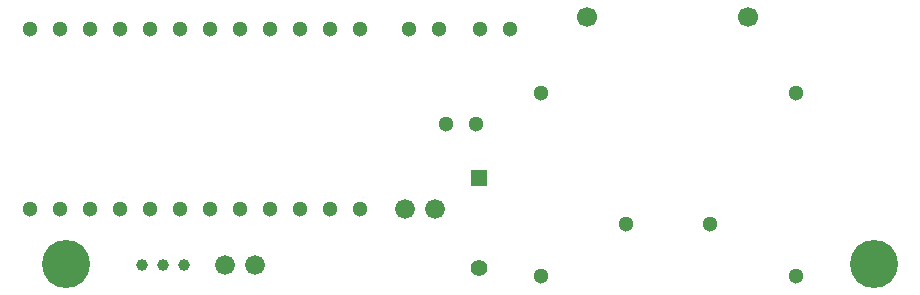
<source format=gts>
G04 (created by PCBNEW (22-Jun-2014 BZR 4027)-stable) date Mon 16 May 2016 20:18:32 BST*
%MOIN*%
G04 Gerber Fmt 3.4, Leading zero omitted, Abs format*
%FSLAX34Y34*%
G01*
G70*
G90*
G04 APERTURE LIST*
%ADD10C,0.00590551*%
%ADD11C,0.066*%
%ADD12C,0.0669291*%
%ADD13C,0.0511811*%
%ADD14R,0.055X0.055*%
%ADD15C,0.055*%
%ADD16C,0.0393701*%
%ADD17C,0.16*%
G04 APERTURE END LIST*
G54D10*
G54D11*
X78900Y-74250D03*
X79900Y-74250D03*
X72900Y-76100D03*
X73900Y-76100D03*
G54D12*
X84995Y-67840D03*
X90355Y-67840D03*
G54D13*
X86275Y-74750D03*
X89075Y-74750D03*
X77400Y-74250D03*
X76400Y-74250D03*
X77400Y-68250D03*
X75400Y-74250D03*
X74400Y-74250D03*
X73400Y-74250D03*
X72400Y-74250D03*
X71400Y-74250D03*
X70400Y-74250D03*
X69400Y-74250D03*
X68400Y-74250D03*
X67400Y-74250D03*
X66400Y-74250D03*
X76400Y-68250D03*
X75400Y-68250D03*
X74400Y-68250D03*
X73400Y-68250D03*
X72400Y-68250D03*
X71400Y-68250D03*
X70400Y-68250D03*
X69400Y-68250D03*
X68400Y-68250D03*
X67400Y-68250D03*
X66400Y-68250D03*
G54D14*
X81375Y-73200D03*
G54D15*
X81375Y-76200D03*
G54D13*
X79050Y-68250D03*
X80050Y-68250D03*
G54D16*
X70850Y-76100D03*
X71550Y-76100D03*
X70150Y-76100D03*
G54D13*
X91950Y-70375D03*
X91950Y-76475D03*
X83450Y-70375D03*
X83450Y-76475D03*
X82425Y-68250D03*
X81425Y-68250D03*
G54D17*
X67600Y-76075D03*
X94550Y-76075D03*
G54D13*
X81275Y-71400D03*
X80275Y-71400D03*
M02*

</source>
